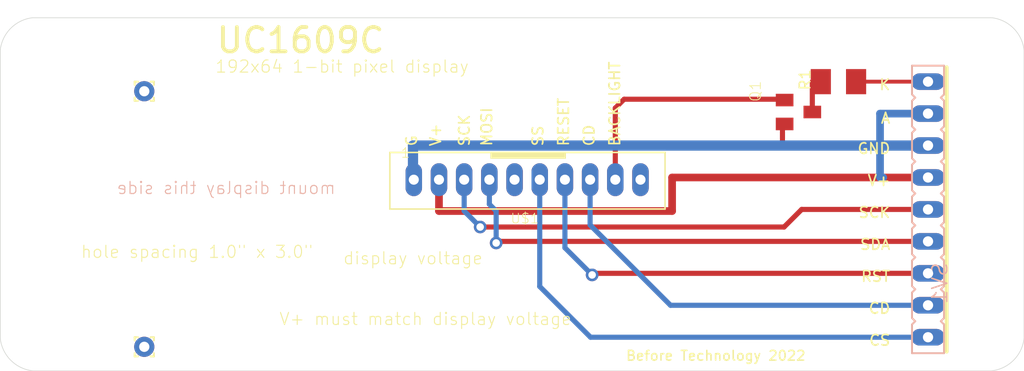
<source format=kicad_pcb>
(kicad_pcb (version 20211014) (generator pcbnew)
  (layers (0 "F.Cu" signal "Top") (31 "B.Cu" signal "Bottom") (34 "B.Paste" user) (35 "F.Paste" user) (36 "B.SilkS" user "B.Silkscreen") (37 "F.SilkS" user "F.Silkscreen") (38 "B.Mask" user) (39 "F.Mask" user) (44 "Edge.Cuts" user))
  (net 0 "")
  (net 1 "GND")
  (net 2 "+5V")
  (net 3 "Net-(R1-Pad2)")
  (net 4 "Net-(Q1-Pad3)")
  (net 5 "Net-(Q1-Pad1)")
  (net 6 "Net-(SV1-Pad5)")
  (net 7 "Net-(SV1-Pad4)")
  (net 8 "Net-(SV1-Pad3)")
  (net 9 "Net-(SV1-Pad2)")
  (net 10 "Net-(SV1-Pad1)")
  (net 11 "Net-(PAD2-Pad1)")
  (net 12 "Net-(PAD4-Pad1)")
  (net 13 "Net-(U$1-PadP10)")
  (net 14 "Net-(U$1-PadP5)")
  (footprint "weaver_UC1609:M1206" (layer "F.Cu") (at 174.4091 96.050099)
    (fp_text reference "R1" (at -2.159 0.762 90) (layer "F.SilkS") (effects (font (size 0.84455 0.84455) (thickness 0.126682)) (justify left bottom)))
    (fp_text value "100")
    (pad "1" smd rect (at -1.4 0) (size 1.6 2) (layers "F.Cu" "F.Paste" "F.Mask") (net 4 "Net-(Q1-Pad3)"))
    (pad "2" smd rect (at 1.4 0) (size 1.6 2) (layers "F.Cu" "F.Paste" "F.Mask") (net 3 "Net-(R1-Pad2)"))
  )
  (footprint "weaver_UC1609:SOT23" (layer "F.Cu") (at 171.2341 98.463099 -90)
    (fp_text reference "Q1" (at -0.762 2.921 90) (layer "F.SilkS") (effects (font (size 0.84455 0.84455) (thickness 0.067564)) (justify left bottom)))
    (fp_text value "BSS123")
    (pad "1" smd rect (at -0.95 1.1 270) (size 1 1.4) (layers "F.Cu" "F.Paste" "F.Mask") (net 5 "Net-(Q1-Pad1)"))
    (pad "2" smd rect (at 0.95 1.1 270) (size 1 1.4) (layers "F.Cu" "F.Paste" "F.Mask") (net 1 "GND"))
    (pad "3" smd rect (at 0 -1.1 270) (size 1 1.4) (layers "F.Cu" "F.Paste" "F.Mask") (net 4 "Net-(Q1-Pad3)"))
  )
  (footprint "weaver_UC1609:1,6_0,8" (layer "F.Cu") (at 119.2911 117.132099 180)
    (fp_text reference "PAD2" hide)
    (fp_text value "")
    (fp_line (start 0.762 -0.762) (end 0.762 -0.508) (layer "F.SilkS") (width 0.1524))
    (fp_line (start -0.762 -0.762) (end -0.762 -0.508) (layer "F.SilkS") (width 0.1524))
    (fp_line (start 0.762 0.508) (end 0.762 0.762) (layer "F.SilkS") (width 0.1524))
    (fp_line (start 0.762 -0.762) (end 0.508 -0.762) (layer "F.SilkS") (width 0.1524))
    (fp_line (start -0.762 -0.762) (end -0.508 -0.762) (layer "F.SilkS") (width 0.1524))
    (fp_line (start 0.762 0.762) (end 0.508 0.762) (layer "F.SilkS") (width 0.1524))
    (fp_line (start -0.508 0.762) (end -0.762 0.762) (layer "F.SilkS") (width 0.1524))
    (fp_line (start -0.762 0.762) (end -0.762 0.508) (layer "F.SilkS") (width 0.1524))
    (pad "1" thru_hole circle locked (at 0 0 180) (size 1.6002 1.6002) (drill 0.8128) (layers *.Cu *.Mask) (net 11 "Net-(PAD2-Pad1)"))
  )
  (footprint "weaver_UC1609:1,6_0,8" (layer "F.Cu") (at 119.2911 96.812099 180)
    (fp_text reference "PAD4" hide)
    (fp_text value "")
    (fp_line (start -0.508 0.762) (end -0.762 0.762) (layer "F.SilkS") (width 0.1524))
    (fp_line (start 0.762 0.508) (end 0.762 0.762) (layer "F.SilkS") (width 0.1524))
    (fp_line (start -0.762 -0.762) (end -0.508 -0.762) (layer "F.SilkS") (width 0.1524))
    (fp_line (start -0.762 -0.762) (end -0.762 -0.508) (layer "F.SilkS") (width 0.1524))
    (fp_line (start 0.762 -0.762) (end 0.762 -0.508) (layer "F.SilkS") (width 0.1524))
    (fp_line (start 0.762 -0.762) (end 0.508 -0.762) (layer "F.SilkS") (width 0.1524))
    (fp_line (start -0.762 0.762) (end -0.762 0.508) (layer "F.SilkS") (width 0.1524))
    (fp_line (start 0.762 0.762) (end 0.508 0.762) (layer "F.SilkS") (width 0.1524))
    (pad "1" thru_hole circle locked (at 0 0 180) (size 1.6002 1.6002) (drill 0.8128) (layers *.Cu *.Mask) (net 12 "Net-(PAD4-Pad1)"))
  )
  (footprint "weaver_UC1609:JST_B10B-PH_HEADER" (layer "F.Cu") (at 144.6911 103.797099 180)
    (fp_text reference "U$1" (at -6 -2.6825 180) (layer "F.SilkS") (effects (font (size 0.77216 0.77216) (thickness 0.065024)) (justify right top)))
    (fp_text value "JST-PH_10-PIN_HEADER" hide)
    (fp_text user "1" (at 5.07 1.635 180) (layer "F.SilkS") (effects (font (size 0.77216 0.77216) (thickness 0.065024)) (justify left bottom)))
    (fp_line (start -15.95 2.1175) (end -15.95 -2.3825) (layer "F.SilkS") (width 0.127))
    (fp_line (start 5.9 -2.3825) (end 5.9 2.1175) (layer "F.SilkS") (width 0.127))
    (fp_line (start 5.9 2.1175) (end -15.95 2.1175) (layer "F.SilkS") (width 0.127))
    (fp_line (start -15.95 -2.3825) (end 5.9 -2.3825) (layer "F.SilkS") (width 0.127))
    (fp_poly (pts (xy -8.08 2.1175) (xy -2.08 2.1175) (xy -2.08 1.6175) (xy -8.08 1.6175)) (layer "F.SilkS") (width 0) (fill solid))
    (pad "P1" thru_hole oval (at 4 -0.0475 270) (size 2.616 1.308) (drill 0.8) (layers *.Cu *.Mask) (net 1 "GND"))
    (pad "P2" thru_hole oval (at 2 -0.0475 270) (size 2.616 1.308) (drill 0.8) (layers *.Cu *.Mask) (net 2 "+5V"))
    (pad "P3" thru_hole oval (at 0 -0.0475 270) (size 2.616 1.308) (drill 0.8) (layers *.Cu *.Mask) (net 6 "Net-(SV1-Pad5)"))
    (pad "P4" thru_hole oval (at -2 -0.0475 270) (size 2.616 1.308) (drill 0.8) (layers *.Cu *.Mask) (net 7 "Net-(SV1-Pad4)"))
    (pad "P5" thru_hole oval (at -4 -0.0475 270) (size 2.616 1.308) (drill 0.8) (layers *.Cu *.Mask) (net 14 "Net-(U$1-PadP5)"))
    (pad "P6" thru_hole oval (at -6 -0.0475 270) (size 2.616 1.308) (drill 0.8) (layers *.Cu *.Mask) (net 10 "Net-(SV1-Pad1)"))
    (pad "P7" thru_hole oval (at -8 -0.0475 270) (size 2.616 1.308) (drill 0.8) (layers *.Cu *.Mask) (net 8 "Net-(SV1-Pad3)"))
    (pad "P8" thru_hole oval (at -10 -0.0475 270) (size 2.616 1.308) (drill 0.8) (layers *.Cu *.Mask) (net 9 "Net-(SV1-Pad2)"))
    (pad "P9" thru_hole oval (at -12 -0.0475 270) (size 2.616 1.308) (drill 0.8) (layers *.Cu *.Mask) (net 5 "Net-(Q1-Pad1)"))
    (pad "P10" thru_hole oval (at -14 -0.0475 270) (size 2.616 1.308) (drill 0.8) (layers *.Cu *.Mask) (net 13 "Net-(U$1-PadP10)"))
  )
  (footprint "" (layer "F.Cu") (at 110.3122 110.020099)
    (fp_text reference "@HOLE2" hide)
    (fp_text value "" (at 0 0) (layer "F.SilkS") (effects (font (size 1.27 1.27))))
    (pad "" np_thru_hole circle locked (at 0 0) (size 3.175 3.175) (drill 3.175) (layers *.Cu *.Mask))
  )
  (footprint "" (layer "F.Cu") (at 186.5122 110.020099)
    (fp_text reference "@HOLE1" hide)
    (fp_text value "" (at 0 0) (layer "F.SilkS") (effects (font (size 1.27 1.27))))
    (pad "" np_thru_hole circle locked (at 0 0) (size 3.175 3.175) (drill 3.175) (layers *.Cu *.Mask))
  )
  (footprint "" (layer "F.Cu") (at 110.3122 94.780099)
    (fp_text reference "@HOLE3" hide)
    (fp_text value "" (at 0 0) (layer "F.SilkS") (effects (font (size 1.27 1.27))))
    (pad "" np_thru_hole circle locked (at 0 0) (size 3.175 3.175) (drill 3.175) (layers *.Cu *.Mask))
  )
  (footprint "" (layer "F.Cu") (at 186.5122 94.780099)
    (fp_text reference "@HOLE0" hide)
    (fp_text value "" (at 0 0) (layer "F.SilkS") (effects (font (size 1.27 1.27))))
    (pad "" np_thru_hole circle locked (at 0 0) (size 3.175 3.175) (drill 3.175) (layers *.Cu *.Mask))
  )
  (footprint "weaver_UC1609:FE09" (layer "B.Cu") (at 181.5211 106.210099 90)
    (fp_text reference "SV1" (at -7.62 1.651 90) (layer "B.SilkS") (effects (font (size 1.2065 1.2065) (thickness 0.127)) (justify right bottom mirror)))
    (fp_text value "FE09-1")
    (fp_line (start 1.524 -1.27) (end 3.556 -1.27) (layer "B.SilkS") (width 0.1524))
    (fp_line (start -11.43 -1.27) (end -9.144 -1.27) (layer "B.SilkS") (width 0.1524))
    (fp_line (start -1.524 -1.27) (end -1.27 -1.016) (layer "B.SilkS") (width 0.1524))
    (fp_line (start -8.636 -1.27) (end -6.604 -1.27) (layer "B.SilkS") (width 0.1524))
    (fp_line (start 11.43 -1.27) (end 11.43 1.27) (layer "B.SilkS") (width 0.1524))
    (fp_line (start 8.89 1.016) (end 8.636 1.27) (layer "B.SilkS") (width 0.1524))
    (fp_line (start -9.144 1.27) (end -11.43 1.27) (layer "B.SilkS") (width 0.1524))
    (fp_line (start 3.81 1.016) (end 3.556 1.27) (layer "B.SilkS") (width 0.1524))
    (fp_line (start -6.35 -1.016) (end -6.096 -1.27) (layer "B.SilkS") (width 0.1524))
    (fp_line (start -1.27 -1.016) (end -1.016 -1.27) (layer "B.SilkS") (width 0.1524))
    (fp_line (start -3.556 -1.27) (end -1.524 -1.27) (layer "B.SilkS") (width 0.1524))
    (fp_line (start -8.89 -1.016) (end -8.636 -1.27) (layer "B.SilkS") (width 0.1524))
    (fp_line (start -3.81 -1.016) (end -3.556 -1.27) (layer "B.SilkS") (width 0.1524))
    (fp_line (start 6.35 1.016) (end 6.096 1.27) (layer "B.SilkS") (width 0.1524))
    (fp_line (start -9.144 -1.27) (end -8.89 -1.016) (layer "B.SilkS") (width 0.1524))
    (fp_line (start -1.016 1.27) (end -1.27 1.016) (layer "B.SilkS") (width 0.1524))
    (fp_line (start -1.016 -1.27) (end 1.016 -1.27) (layer "B.SilkS") (width 0.1524))
    (fp_line (start -6.35 1.016) (end -6.604 1.27) (layer "B.SilkS") (width 0.1524))
    (fp_line (start -6.096 -1.27) (end -4.064 -1.27) (layer "B.SilkS") (width 0.1524))
    (fp_line (start -3.556 1.27) (end -3.81 1.016) (layer "B.SilkS") (width 0.1524))
    (fp_line (start 11.43 1.27) (end 9.144 1.27) (layer "B.SilkS") (width 0.1524))
    (fp_line (start 3.556 1.27) (end 1.524 1.27) (layer "B.SilkS") (width 0.1524))
    (fp_line (start -8.89 1.016) (end -9.144 1.27) (layer "B.SilkS") (width 0.1524))
    (fp_line (start 8.89 -1.016) (end 9.144 -1.27) (layer "B.SilkS") (width 0.1524))
    (fp_line (start 6.096 -1.27) (end 6.35 -1.016) (layer "B.SilkS") (width 0.1524))
    (fp_line (start 9.144 1.27) (end 8.89 1.016) (layer "B.SilkS") (width 0.1524))
    (fp_line (start 6.096 1.27) (end 4.064 1.27) (layer "B.SilkS") (width 0.1524))
    (fp_line (start 3.81 -1.016) (end 4.064 -1.27) (layer "B.SilkS") (width 0.1524))
    (fp_line (start -6.604 1.27) (end -8.636 1.27) (layer "B.SilkS") (width 0.1524))
    (fp_line (start -6.604 -1.27) (end -6.35 -1.016) (layer "B.SilkS") (width 0.1524))
    (fp_line (start 6.604 -1.27) (end 8.636 -1.27) (layer "B.SilkS") (width 0.1524))
    (fp_line (start 1.016 -1.27) (end 1.27 -1.016) (layer "B.SilkS") (width 0.1524))
    (fp_line (start 9.144 -1.27) (end 11.43 -1.27) (layer "B.SilkS") (width 0.1524))
    (fp_line (start 8.636 -1.27) (end 8.89 -1.016) (layer "B.SilkS") (width 0.1524))
    (fp_line (start 4.064 1.27) (end 3.81 1.016) (layer "B.SilkS") (width 0.1524))
    (fp_line (start 1.524 1.27) (end 1.27 1.016) (layer "B.SilkS") (width 0.1524))
    (fp_line (start -4.064 1.27) (end -6.096 1.27) (layer "B.SilkS") (width 0.1524))
    (fp_line (start 1.27 -1.016) (end 1.524 -1.27) (layer "B.SilkS") (width 0.1524))
    (fp_line (start -1.27 1.016) (end -1.524 1.27) (layer "B.SilkS") (width 0.1524))
    (fp_line (start -4.064 -1.27) (end -3.81 -1.016) (layer "B.SilkS") (width 0.1524))
    (fp_line (start 1.27 1.016) (end 1.016 1.27) (layer "B.SilkS") (width 0.1524))
    (fp_line (start 8.636 1.27) (end 6.604 1.27) (layer "B.SilkS") (width 0.1524))
    (fp_line (start 6.35 -1.016) (end 6.604 -1.27) (layer "B.SilkS") (width 0.1524))
    (fp_line (start -1.524 1.27) (end -3.556 1.27) (layer "B.SilkS") (width 0.1524))
    (fp_line (start -3.81 1.016) (end -4.064 1.27) (layer "B.SilkS") (width 0.1524))
    (fp_line (start -8.636 1.27) (end -8.89 1.016) (layer "B.SilkS") (width 0.1524))
    (fp_line (start -11.43 1.27) (end -11.43 -1.27) (layer "B.SilkS") (width 0.1524))
    (fp_line (start -6.096 1.27) (end -6.35 1.016) (layer "B.SilkS") (width 0.1524))
    (fp_line (start 1.016 1.27) (end -1.016 1.27) (layer "B.SilkS") (width 0.1524))
    (fp_line (start 4.064 -1.27) (end 6.096 -1.27) (layer "B.SilkS") (width 0.1524))
    (fp_line (start 3.556 -1.27) (end 3.81 -1.016) (layer "B.SilkS") (width 0.1524))
    (fp_line (start 6.604 1.27) (end 6.35 1.016) (layer "B.SilkS") (width 0.1524))
    (pad "1" thru_hole oval (at -10.16 0) (size 2.6416 1.3208) (drill 0.8128) (layers *.Cu *.Mask) (net 10 "Net-(SV1-Pad1)"))
    (pad "2" thru_hole oval (at -7.62 0) (size 2.6416 1.3208) (drill 0.8128) (layers *.Cu *.Mask) (net 9 "Net-(SV1-Pad2)"))
    (pad "3" thru_hole oval (at -5.08 0) (size 2.6416 1.3208) (drill 0.8128) (layers *.Cu *.Mask) (net 8 "Net-(SV1-Pad3)"))
    (pad "4" thru_hole oval (at -2.54 0) (size 2.6416 1.3208) (drill 0.8128) (layers *.Cu *.Mask) (net 7 "Net-(SV1-Pad4)"))
    (pad "5" thru_hole oval (at 0 0) (size 2.6416 1.3208) (drill 0.8128) (layers *.Cu *.Mask) (net 6 "Net-(SV1-Pad5)"))
    (pad "6" thru_hole oval (at 2.54 0) (size 2.6416 1.3208) (drill 0.8128) (layers *.Cu *.Mask) (net 2 "+5V"))
    (pad "7" thru_hole oval (at 5.08 0) (size 2.6416 1.3208) (drill 0.8128) (layers *.Cu *.Mask) (net 1 "GND"))
    (pad "8" thru_hole oval (at 7.62 0) (size 2.6416 1.3208) (drill 0.8128) (layers *.Cu *.Mask) (net 2 "+5V"))
    (pad "9" thru_hole oval (at 10.16 0) (size 2.6416 1.3208) (drill 0.8128) (layers *.Cu *.Mask) (net 3 "Net-(R1-Pad2)"))
  )
  (gr_line (start 183.0011 94.907099) (end 183.0011 117.513099) (layer "F.SilkS") (width 0.3048))
  (gr_arc (start 186.6011 90.970099) (mid 188.308172 91.803028) (end 189.1411 93.510101) (layer "Edge.Cuts") (width 0.05))
  (gr_line (start 110.4011 119.037099) (end 186.6011 119.037099) (layer "Edge.Cuts") (width 0.05))
  (gr_line (start 110.4011 90.970099) (end 186.6011 90.970099) (layer "Edge.Cuts") (width 0.05))
  (gr_line (start 189.1411 116.497099) (end 189.1411 93.510099) (layer "Edge.Cuts") (width 0.05))
  (gr_arc (start 189.1411 116.497099) (mid 188.308171 118.204171) (end 186.601099 119.0371) (layer "Edge.Cuts") (width 0.05))
  (gr_arc (start 110.4011 119.037099) (mid 108.694029 118.20417) (end 107.8611 116.497099) (layer "Edge.Cuts") (width 0.05))
  (gr_arc (start 107.8611 93.510099) (mid 108.694029 91.803028) (end 110.401101 90.9701) (layer "Edge.Cuts") (width 0.05))
  (gr_line (start 107.8611 116.497099) (end 107.8611 93.510099) (layer "Edge.Cuts") (width 0.05))
  (gr_text "mount display this side" (at 134.5311 105.067099) (layer "B.SilkS") (effects (font (size 0.9652 0.9652) (thickness 0.08128)) (justify left bottom mirror)))
  (gr_text "RST" (at 178.6001 111.036099) (layer "F.SilkS") (effects (font (size 0.84455 0.84455) (thickness 0.13335)) (justify right top)))
  (gr_text "V+" (at 142.9131 101.257099 90) (layer "F.SilkS") (effects (font (size 0.84455 0.84455) (thickness 0.13335)) (justify left bottom)))
  (gr_text "BACKLIGHT" (at 157.1371 101.257099 90) (layer "F.SilkS") (effects (font (size 0.84455 0.84455) (thickness 0.13335)) (justify left bottom)))
  (gr_text "SS" (at 151.0411 101.257099 90) (layer "F.SilkS") (effects (font (size 0.84455 0.84455) (thickness 0.13335)) (justify left bottom)))
  (gr_text "V+ must match display voltage" (at 129.9591 115.481099) (layer "F.SilkS") (effects (font (size 0.9652 0.9652) (thickness 0.08128)) (justify left bottom)))
  (gr_text "V+" (at 178.6001 103.416099) (layer "F.SilkS") (effects (font (size 0.84455 0.84455) (thickness 0.13335)) (justify right top)))
  (gr_text "UC1609C " (at 124.8791 93.891099) (layer "F.SilkS") (effects (font (size 1.9304 1.9304) (thickness 0.3048)) (justify left bottom)))
  (gr_text "hole spacing 1.0\" x 3.0\"" (at 114.2111 110.147099) (layer "F.SilkS") (effects (font (size 0.9652 0.9652) (thickness 0.08128)) (justify left bottom)))
  (gr_text "192x64 1-bit pixel display" (at 124.8791 95.415099) (layer "F.SilkS") (effects (font (size 0.9652 0.9652) (thickness 0.08128)) (justify left bottom)))
  (gr_text "GND" (at 178.6001 100.876099) (layer "F.SilkS") (effects (font (size 0.84455 0.84455) (thickness 0.13335)) (justify right top)))
  (gr_text "CD" (at 178.6001 113.576099) (layer "F.SilkS") (effects (font (size 0.84455 0.84455) (thickness 0.13335)) (justify right top)))
  (gr_text "A" (at 178.6001 98.463099) (layer "F.SilkS") (effects (font (size 0.84455 0.84455) (thickness 0.13335)) (justify right top)))
  (gr_text "CS" (at 178.6001 116.116099) (layer "F.SilkS") (effects (font (size 0.84455 0.84455) (thickness 0.13335)) (justify right top)))
  (gr_text "display voltage" (at 135.0391 110.655099) (layer "F.SilkS") (effects (font (size 0.9652 0.9652) (thickness 0.08128)) (justify left bottom)))
  (gr_text "SDA" (at 178.6001 108.496099) (layer "F.SilkS") (effects (font (size 0.84455 0.84455) (thickness 0.13335)) (justify right top)))
  (gr_text "CD" (at 155.1051 101.257099 90) (layer "F.SilkS") (effects (font (size 0.84455 0.84455) (thickness 0.13335)) (justify left bottom)))
  (gr_text "K" (at 178.6001 95.796099) (layer "F.SilkS") (effects (font (size 0.84455 0.84455) (thickness 0.13335)) (justify right top)))
  (gr_text "SCK" (at 178.6001 105.956099) (layer "F.SilkS") (effects (font (size 0.84455 0.84455) (thickness 0.13335)) (justify right top)))
  (gr_text "SCK" (at 145.1991 101.257099 90) (layer "F.SilkS") (effects (font (size 0.84455 0.84455) (thickness 0.13335)) (justify left bottom)))
  (gr_text "RESET" (at 153.0731 101.257099 90) (layer "F.SilkS") (effects (font (size 0.84455 0.84455) (thickness 0.13335)) (justify left bottom)))
  (gr_text "MOSI" (at 146.9771 101.257099 90) (layer "F.SilkS") (effects (font (size 0.84455 0.84455) (thickness 0.13335)) (justify left bottom)))
  (gr_text "Before Technology 2022" (at 171.8691 117.386099) (layer "F.SilkS") (effects (font (size 0.77216 0.77216) (thickness 0.12192)) (justify right top)))
  (gr_text "G" (at 141.0081 101.257099 90) (layer "F.SilkS") (effects (font (size 0.84455 0.84455) (thickness 0.13335)) (justify left bottom)))
  (segment (start 170.1341 99.413099) (end 169.9641 99.413099) (width 0.4064) (layer "F.Cu") (net 1))
  (segment (start 169.9641 99.413099) (end 169.9641 101.130099) (width 0.4064) (layer "F.Cu") (net 1))
  (segment (start 181.5211 101.130099) (end 169.9641 101.130099) (width 0.6096) (layer "F.Cu") (net 1))
  (segment (start 140.6911 103.844599) (end 140.6271 103.844599) (width 0.8128) (layer "B.Cu") (net 1))
  (segment (start 140.6271 101.130099) (end 181.5211 101.130099) (width 0.8128) (layer "B.Cu") (net 1))
  (segment (start 140.6271 103.844599) (end 140.6271 101.130099) (width 0.8128) (layer "B.Cu") (net 1))
  (segment (start 161.2011 103.670099) (end 161.2011 106.337099) (width 0.6096) (layer "F.Cu") (net 2))
  (segment (start 181.5211 103.670099) (end 161.2011 103.670099) (width 0.6096) (layer "F.Cu") (net 2))
  (segment (start 142.6911 106.337099) (end 142.6911 103.844599) (width 0.6096) (layer "F.Cu") (net 2))
  (segment (start 161.2011 106.337099) (end 142.6911 106.337099) (width 0.6096) (layer "F.Cu") (net 2))
  (segment (start 177.7111 103.670099) (end 177.9651 103.670099) (width 0.6096) (layer "B.Cu") (net 2))
  (segment (start 181.5211 98.590099) (end 177.7111 98.590099) (width 0.6096) (layer "B.Cu") (net 2))
  (segment (start 142.6911 103.844599) (end 142.6591 103.844599) (width 0.6096) (layer "B.Cu") (net 2))
  (segment (start 177.7111 98.590099) (end 177.7111 103.670099) (width 0.6096) (layer "B.Cu") (net 2))
  (segment (start 175.8091 96.050099) (end 181.5211 96.050099) (width 0.3048) (layer "F.Cu") (net 3))
  (segment (start 173.0091 96.050099) (end 172.3341 96.050099) (width 0.4064) (layer "F.Cu") (net 4))
  (segment (start 172.3341 96.050099) (end 172.3341 98.463099) (width 0.4064) (layer "F.Cu") (net 4))
  (segment (start 156.6911 103.844599) (end 156.6911 98.147099) (width 0.4064) (layer "F.Cu") (net 5))
  (segment (start 156.6911 98.147099) (end 157.3911 97.447099) (width 0.4064) (layer "F.Cu") (net 5))
  (segment (start 170.0681 97.447099) (end 170.1341 97.513099) (width 0.4064) (layer "F.Cu") (net 5))
  (segment (start 157.3911 97.447099) (end 170.0681 97.447099) (width 0.4064) (layer "F.Cu") (net 5))
  (segment (start 171.4881 106.210099) (end 170.0911 107.607099) (width 0.4064) (layer "F.Cu") (net 6))
  (segment (start 170.0911 107.607099) (end 145.9611 107.607099) (width 0.4064) (layer "F.Cu") (net 6))
  (segment (start 181.5211 106.210099) (end 171.4881 106.210099) (width 0.4064) (layer "F.Cu") (net 6))
  (via (at 145.9611 107.607099) (size 1.0064) (drill 0.6) (layers "F.Cu" "B.Cu") (net 6))
  (segment (start 144.6911 106.337099) (end 145.9611 107.607099) (width 0.4064) (layer "B.Cu") (net 6))
  (segment (start 144.6911 103.844599) (end 144.6911 106.337099) (width 0.4064) (layer "B.Cu") (net 6))
  (segment (start 181.5211 108.750099) (end 147.3581 108.750099) (width 0.4064) (layer "F.Cu") (net 7))
  (segment (start 147.3581 108.750099) (end 147.2311 108.877099) (width 0.4064) (layer "F.Cu") (net 7))
  (via (at 147.2311 108.877099) (size 1.0064) (drill 0.6) (layers "F.Cu" "B.Cu") (net 7))
  (segment (start 147.2311 106.337099) (end 147.2311 108.877099) (width 0.4064) (layer "B.Cu") (net 7))
  (segment (start 146.6911 105.797099) (end 147.2311 106.337099) (width 0.4064) (layer "B.Cu") (net 7))
  (segment (start 146.6911 103.844599) (end 146.6911 105.797099) (width 0.4064) (layer "B.Cu") (net 7))
  (segment (start 181.5211 111.290099) (end 154.9781 111.290099) (width 0.4064) (layer "F.Cu") (net 8))
  (segment (start 154.9781 111.290099) (end 154.8511 111.417099) (width 0.4064) (layer "F.Cu") (net 8))
  (via (at 154.8511 111.417099) (size 1.0064) (drill 0.6) (layers "F.Cu" "B.Cu") (net 8))
  (segment (start 152.6911 103.844599) (end 152.6911 109.257099) (width 0.4064) (layer "B.Cu") (net 8))
  (segment (start 152.6911 109.257099) (end 154.8511 111.417099) (width 0.4064) (layer "B.Cu") (net 8))
  (segment (start 181.5211 113.830099) (end 161.0741 113.830099) (width 0.4064) (layer "B.Cu") (net 9))
  (segment (start 154.6911 103.844599) (end 154.6911 107.447099) (width 0.4064) (layer "B.Cu") (net 9))
  (segment (start 154.6911 107.447099) (end 161.0741 113.830099) (width 0.4064) (layer "B.Cu") (net 9))
  (segment (start 154.7241 116.370099) (end 150.6911 112.337099) (width 0.4064) (layer "B.Cu") (net 10))
  (segment (start 150.6911 103.844599) (end 150.6911 112.337099) (width 0.4064) (layer "B.Cu") (net 10))
  (segment (start 181.5211 116.370099) (end 154.7241 116.370099) (width 0.4064) (layer "B.Cu") (net 10))
)
</source>
